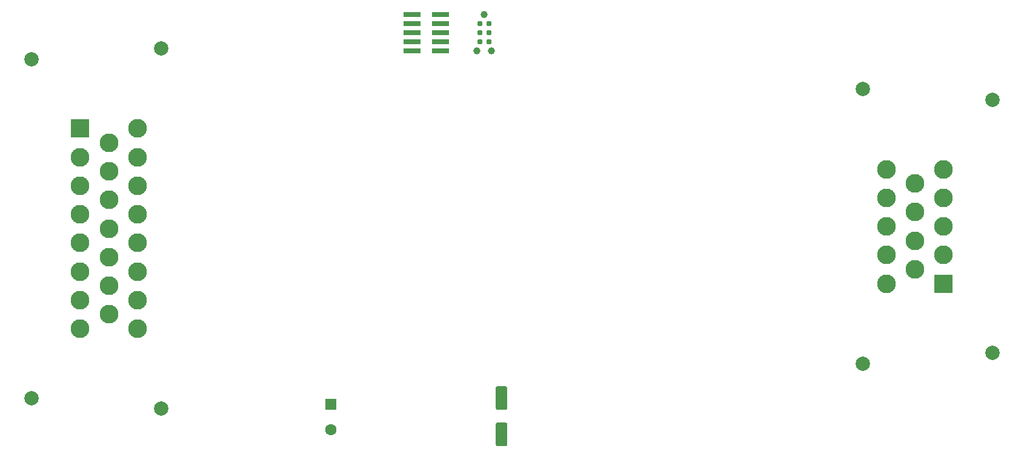
<source format=gbs>
G04 #@! TF.GenerationSoftware,KiCad,Pcbnew,5.1.10-1.fc34*
G04 #@! TF.CreationDate,2021-07-05T17:18:35-07:00*
G04 #@! TF.ProjectId,prius_gen2,70726975-735f-4676-956e-322e6b696361,rev?*
G04 #@! TF.SameCoordinates,Original*
G04 #@! TF.FileFunction,Soldermask,Bot*
G04 #@! TF.FilePolarity,Negative*
%FSLAX46Y46*%
G04 Gerber Fmt 4.6, Leading zero omitted, Abs format (unit mm)*
G04 Created by KiCad (PCBNEW 5.1.10-1.fc34) date 2021-07-05 17:18:35*
%MOMM*%
%LPD*%
G01*
G04 APERTURE LIST*
%ADD10C,2.000000*%
%ADD11C,2.625000*%
%ADD12R,2.625000X2.625000*%
%ADD13C,0.787400*%
%ADD14C,0.990600*%
%ADD15R,2.400000X0.740000*%
%ADD16C,1.600000*%
%ADD17R,1.600000X1.600000*%
G04 APERTURE END LIST*
D10*
X189678000Y-77648500D03*
X189678000Y-116048500D03*
X207778000Y-79148500D03*
X207778000Y-114548500D03*
D11*
X192978000Y-88848500D03*
X192978000Y-92848500D03*
X192978000Y-96848500D03*
X192978000Y-100848500D03*
X192978000Y-104848500D03*
X196978000Y-90848500D03*
X196978000Y-94848500D03*
X196978000Y-98848500D03*
X196978000Y-102848500D03*
X200978000Y-88848500D03*
X200978000Y-92848500D03*
X200978000Y-96848500D03*
X200978000Y-100848500D03*
D12*
X200978000Y-104848500D03*
D10*
X91628000Y-122355000D03*
X91628000Y-71955000D03*
X73528000Y-120855000D03*
X73528000Y-73455000D03*
D11*
X88328000Y-111155000D03*
X88328000Y-107155000D03*
X88328000Y-103155000D03*
X88328000Y-99155000D03*
X88328000Y-95155000D03*
X88328000Y-91155000D03*
X88328000Y-87155000D03*
X88328000Y-83155000D03*
X84328000Y-109155000D03*
X84328000Y-105155000D03*
X84328000Y-101155000D03*
X84328000Y-97155000D03*
X84328000Y-93155000D03*
X84328000Y-89155000D03*
X84328000Y-85155000D03*
X80328000Y-111155000D03*
X80328000Y-107155000D03*
X80328000Y-103155000D03*
X80328000Y-99155000D03*
X80328000Y-95155000D03*
X80328000Y-91155000D03*
X80328000Y-87155000D03*
D12*
X80328000Y-83155000D03*
D13*
X136165000Y-70999500D03*
X137435000Y-70999500D03*
X136165000Y-69729500D03*
X137435000Y-69729500D03*
X136165000Y-68459500D03*
X137435000Y-68459500D03*
D14*
X136800000Y-67189500D03*
X137816000Y-72269500D03*
X135784000Y-72269500D03*
D15*
X130635500Y-67189500D03*
X126735500Y-67189500D03*
X130635500Y-68459500D03*
X126735500Y-68459500D03*
X130635500Y-69729500D03*
X126735500Y-69729500D03*
X130635500Y-70999500D03*
X126735500Y-70999500D03*
X130635500Y-72269500D03*
X126735500Y-72269500D03*
D16*
X115318500Y-125245500D03*
D17*
X115318500Y-121745500D03*
G36*
G01*
X138650000Y-124275000D02*
X139750000Y-124275000D01*
G75*
G02*
X140000000Y-124525000I0J-250000D01*
G01*
X140000000Y-127350000D01*
G75*
G02*
X139750000Y-127600000I-250000J0D01*
G01*
X138650000Y-127600000D01*
G75*
G02*
X138400000Y-127350000I0J250000D01*
G01*
X138400000Y-124525000D01*
G75*
G02*
X138650000Y-124275000I250000J0D01*
G01*
G37*
G36*
G01*
X138650000Y-119200000D02*
X139750000Y-119200000D01*
G75*
G02*
X140000000Y-119450000I0J-250000D01*
G01*
X140000000Y-122275000D01*
G75*
G02*
X139750000Y-122525000I-250000J0D01*
G01*
X138650000Y-122525000D01*
G75*
G02*
X138400000Y-122275000I0J250000D01*
G01*
X138400000Y-119450000D01*
G75*
G02*
X138650000Y-119200000I250000J0D01*
G01*
G37*
M02*

</source>
